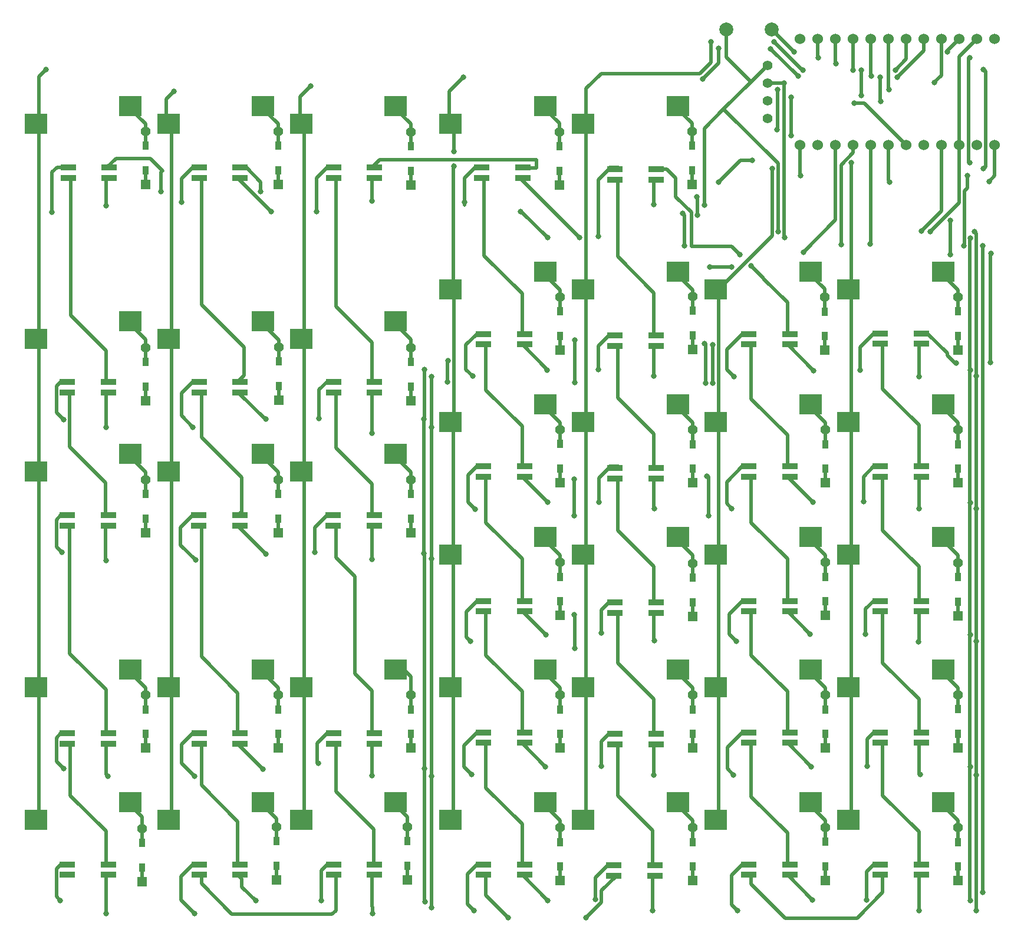
<source format=gbr>
G04 #@! TF.GenerationSoftware,KiCad,Pcbnew,7.0.6*
G04 #@! TF.CreationDate,2023-08-25T23:20:57+09:00*
G04 #@! TF.ProjectId,yamata37,79616d61-7461-4333-972e-6b696361645f,rev?*
G04 #@! TF.SameCoordinates,Original*
G04 #@! TF.FileFunction,Copper,L2,Bot*
G04 #@! TF.FilePolarity,Positive*
%FSLAX46Y46*%
G04 Gerber Fmt 4.6, Leading zero omitted, Abs format (unit mm)*
G04 Created by KiCad (PCBNEW 7.0.6) date 2023-08-25 23:20:57*
%MOMM*%
%LPD*%
G01*
G04 APERTURE LIST*
G04 #@! TA.AperFunction,SMDPad,CuDef*
%ADD10R,2.200000X0.820000*%
G04 #@! TD*
G04 #@! TA.AperFunction,SMDPad,CuDef*
%ADD11R,3.300000X3.000000*%
G04 #@! TD*
G04 #@! TA.AperFunction,ComponentPad*
%ADD12R,1.397000X1.397000*%
G04 #@! TD*
G04 #@! TA.AperFunction,SMDPad,CuDef*
%ADD13R,0.950000X1.300000*%
G04 #@! TD*
G04 #@! TA.AperFunction,ComponentPad*
%ADD14C,1.397000*%
G04 #@! TD*
G04 #@! TA.AperFunction,ComponentPad*
%ADD15C,1.524000*%
G04 #@! TD*
G04 #@! TA.AperFunction,ComponentPad*
%ADD16C,2.000000*%
G04 #@! TD*
G04 #@! TA.AperFunction,ViaPad*
%ADD17C,0.800000*%
G04 #@! TD*
G04 #@! TA.AperFunction,Conductor*
%ADD18C,0.500000*%
G04 #@! TD*
G04 APERTURE END LIST*
D10*
X55214000Y-37084000D03*
X49314000Y-37084000D03*
X49314000Y-38584000D03*
X55214000Y-38584000D03*
D11*
X25887500Y-130770000D03*
X39487500Y-128230000D03*
D12*
X60721926Y-89524133D03*
D13*
X60721926Y-87489133D03*
X60721926Y-83939133D03*
D14*
X60721926Y-81904133D03*
D11*
X44937500Y-30757500D03*
X58537500Y-28217500D03*
D10*
X109072501Y-99566000D03*
X114972501Y-99566000D03*
X114972501Y-101066000D03*
X109072501Y-101066000D03*
X134165790Y-137184000D03*
X128265790Y-137184000D03*
X128265790Y-138684000D03*
X134165790Y-138684000D03*
X30518000Y-37084000D03*
X36418000Y-37084000D03*
X36418000Y-38584000D03*
X30518000Y-38584000D03*
D11*
X85418750Y-92670000D03*
X99018750Y-90130000D03*
D10*
X30387528Y-69365682D03*
X36287528Y-69365682D03*
X36287528Y-67865682D03*
X30387528Y-67865682D03*
D12*
X60721926Y-120502287D03*
D13*
X60721926Y-118467287D03*
X60721926Y-114917287D03*
D14*
X60721926Y-112882287D03*
D11*
X63987500Y-61713750D03*
X77587500Y-59173750D03*
D10*
X55214000Y-137184000D03*
X49314000Y-137184000D03*
X49314000Y-138684000D03*
X55214000Y-138684000D03*
D11*
X25887500Y-111720000D03*
X39487500Y-109180000D03*
X123518750Y-73620000D03*
X137118750Y-71080000D03*
D12*
X79248000Y-139446000D03*
D13*
X79248000Y-137411000D03*
X79248000Y-133861000D03*
D14*
X79248000Y-131826000D03*
D11*
X63987500Y-80763750D03*
X77587500Y-78223750D03*
D12*
X120130000Y-39530000D03*
D13*
X120130000Y-37495000D03*
X120130000Y-33945000D03*
D14*
X120130000Y-31910000D03*
D11*
X104468750Y-54570000D03*
X118068750Y-52030000D03*
D12*
X60452000Y-139446000D03*
D13*
X60452000Y-137411000D03*
X60452000Y-133861000D03*
D14*
X60452000Y-131826000D03*
D10*
X68618000Y-138684000D03*
X74518000Y-138684000D03*
X74518000Y-137184000D03*
X68618000Y-137184000D03*
D11*
X63987500Y-130770000D03*
X77587500Y-128230000D03*
D12*
X41671910Y-120502287D03*
D13*
X41671910Y-118467287D03*
X41671910Y-114917287D03*
D14*
X41671910Y-112882287D03*
D10*
X108909672Y-137336000D03*
X114809672Y-137336000D03*
X114809672Y-138836000D03*
X108909672Y-138836000D03*
D12*
X158353258Y-101523626D03*
D13*
X158353258Y-99488626D03*
X158353258Y-95938626D03*
D14*
X158353258Y-93903626D03*
D12*
X79771942Y-120502287D03*
D13*
X79771942Y-118467287D03*
X79771942Y-114917287D03*
D14*
X79771942Y-112882287D03*
D12*
X101092000Y-39627000D03*
D13*
X101092000Y-37592000D03*
X101092000Y-34042000D03*
D14*
X101092000Y-32007000D03*
D12*
X158353258Y-82402255D03*
D13*
X158353258Y-80367255D03*
X158353258Y-76817255D03*
D14*
X158353258Y-74782255D03*
D10*
X30387528Y-119864000D03*
X36287528Y-119864000D03*
X36287528Y-118364000D03*
X30387528Y-118364000D03*
D12*
X41656000Y-39530000D03*
D13*
X41656000Y-37495000D03*
X41656000Y-33945000D03*
D14*
X41656000Y-31910000D03*
D12*
X139303242Y-101452271D03*
D13*
X139303242Y-99417271D03*
X139303242Y-95867271D03*
D14*
X139303242Y-93832271D03*
D12*
X60786177Y-70538904D03*
D13*
X60786177Y-68503904D03*
X60786177Y-64953904D03*
D14*
X60786177Y-62918904D03*
D10*
X134165790Y-80020000D03*
X128265790Y-80020000D03*
X128265790Y-81520000D03*
X134165790Y-81520000D03*
X55214000Y-118364000D03*
X49314000Y-118364000D03*
X49314000Y-119864000D03*
X55214000Y-119864000D03*
D12*
X41671910Y-89546011D03*
D13*
X41671910Y-87511011D03*
X41671910Y-83961011D03*
D14*
X41671910Y-81926011D03*
D11*
X44937500Y-80763750D03*
X58537500Y-78223750D03*
X85418750Y-54570000D03*
X99018750Y-52030000D03*
X142568750Y-111720000D03*
X156168750Y-109180000D03*
D12*
X101203210Y-82380377D03*
D13*
X101203210Y-80345377D03*
X101203210Y-76795377D03*
D14*
X101203210Y-74760377D03*
D12*
X120253226Y-82402255D03*
D13*
X120253226Y-80367255D03*
X120253226Y-76817255D03*
D14*
X120253226Y-74782255D03*
D11*
X123518750Y-92670000D03*
X137118750Y-90130000D03*
D15*
X163592006Y-33850172D03*
X161052006Y-33850172D03*
X158512006Y-33850172D03*
X155972006Y-33850172D03*
X153432006Y-33850172D03*
X150892006Y-33850172D03*
X148352006Y-33850172D03*
X145812006Y-33850172D03*
X143272006Y-33850172D03*
X140732006Y-33850172D03*
X138192006Y-33850172D03*
X135652006Y-33850172D03*
X135652006Y-18630172D03*
X138192006Y-18630172D03*
X140732006Y-18630172D03*
X143272006Y-18630172D03*
X145812006Y-18630172D03*
X148352006Y-18630172D03*
X150892006Y-18630172D03*
X153432006Y-18630172D03*
X155972006Y-18630172D03*
X158512006Y-18630172D03*
X161052006Y-18630172D03*
X163592006Y-18630172D03*
D16*
X131564173Y-17264077D03*
X125064173Y-17264077D03*
D11*
X85418750Y-130770000D03*
X99018750Y-128230000D03*
D12*
X101203210Y-101452271D03*
D13*
X101203210Y-99417271D03*
X101203210Y-95867271D03*
D14*
X101203210Y-93832271D03*
X130968860Y-30003772D03*
X130968860Y-27463772D03*
X130968860Y-24923772D03*
X130968860Y-22383772D03*
D12*
X79756000Y-70615000D03*
D13*
X79756000Y-68580000D03*
X79756000Y-65030000D03*
D14*
X79756000Y-62995000D03*
D11*
X63987500Y-30757500D03*
X77587500Y-28217500D03*
D10*
X68618000Y-119864000D03*
X74518000Y-119864000D03*
X74518000Y-118364000D03*
X68618000Y-118364000D03*
X109072501Y-80246000D03*
X114972501Y-80246000D03*
X114972501Y-81746000D03*
X109072501Y-81746000D03*
X109072501Y-118455250D03*
X114972501Y-118455250D03*
X114972501Y-119955250D03*
X109072501Y-119955250D03*
X134165790Y-99340000D03*
X128265790Y-99340000D03*
X128265790Y-100840000D03*
X134165790Y-100840000D03*
D11*
X85418750Y-111720000D03*
X99018750Y-109180000D03*
D12*
X158353258Y-120491348D03*
D13*
X158353258Y-118456348D03*
X158353258Y-114906348D03*
D14*
X158353258Y-112871348D03*
D10*
X30387528Y-138684000D03*
X36287528Y-138684000D03*
X36287528Y-137184000D03*
X30387528Y-137184000D03*
D11*
X104468750Y-92670000D03*
X118068750Y-90130000D03*
D12*
X139303242Y-139544252D03*
D13*
X139303242Y-137509252D03*
X139303242Y-133959252D03*
D14*
X139303242Y-131924252D03*
D11*
X123518750Y-111720000D03*
X137118750Y-109180000D03*
X123518750Y-130770000D03*
X137118750Y-128230000D03*
X142568750Y-130770000D03*
X156168750Y-128230000D03*
D12*
X41656000Y-70615000D03*
D13*
X41656000Y-68580000D03*
X41656000Y-65030000D03*
D14*
X41656000Y-62995000D03*
D12*
X120253226Y-101603000D03*
D13*
X120253226Y-99568000D03*
X120253226Y-96018000D03*
D14*
X120253226Y-93983000D03*
D12*
X120253226Y-139552303D03*
D13*
X120253226Y-137517303D03*
X120253226Y-133967303D03*
D14*
X120253226Y-131932303D03*
D11*
X85418750Y-73620000D03*
X99018750Y-71080000D03*
D12*
X79771942Y-89546011D03*
D13*
X79771942Y-87511011D03*
X79771942Y-83961011D03*
D14*
X79771942Y-81926011D03*
D12*
X60694000Y-39530000D03*
D13*
X60694000Y-37495000D03*
X60694000Y-33945000D03*
D14*
X60694000Y-31910000D03*
D10*
X96065790Y-60984000D03*
X90165790Y-60984000D03*
X90165790Y-62484000D03*
X96065790Y-62484000D03*
X147140000Y-80020000D03*
X153040000Y-80020000D03*
X153040000Y-81520000D03*
X147140000Y-81520000D03*
X68618000Y-69365682D03*
X74518000Y-69365682D03*
X74518000Y-67865682D03*
X68618000Y-67865682D03*
D12*
X79756000Y-39624000D03*
D13*
X79756000Y-37589000D03*
X79756000Y-34039000D03*
D14*
X79756000Y-32004000D03*
D12*
X158353258Y-63344250D03*
D13*
X158353258Y-61309250D03*
X158353258Y-57759250D03*
D14*
X158353258Y-55724250D03*
D11*
X142568750Y-73620000D03*
X156168750Y-71080000D03*
D10*
X134165790Y-60984000D03*
X128265790Y-60984000D03*
X128265790Y-62484000D03*
X134165790Y-62484000D03*
X96065790Y-118229250D03*
X90165790Y-118229250D03*
X90165790Y-119729250D03*
X96065790Y-119729250D03*
D11*
X104468750Y-130770000D03*
X118068750Y-128230000D03*
D12*
X101203210Y-139552303D03*
D13*
X101203210Y-137517303D03*
X101203210Y-133967303D03*
D14*
X101203210Y-131932303D03*
D10*
X55214000Y-67865682D03*
X49314000Y-67865682D03*
X49314000Y-69365682D03*
X55214000Y-69365682D03*
D12*
X139303242Y-120502287D03*
D13*
X139303242Y-118467287D03*
X139303242Y-114917287D03*
D14*
X139303242Y-112882287D03*
D10*
X96065790Y-137184000D03*
X90165790Y-137184000D03*
X90165790Y-138684000D03*
X96065790Y-138684000D03*
D11*
X25887500Y-80763750D03*
X39487500Y-78223750D03*
X44937500Y-61713750D03*
X58537500Y-59173750D03*
D12*
X120253226Y-120502287D03*
D13*
X120253226Y-118467287D03*
X120253226Y-114917287D03*
D14*
X120253226Y-112882287D03*
D12*
X139160250Y-63352239D03*
D13*
X139160250Y-61317239D03*
X139160250Y-57767239D03*
D14*
X139160250Y-55732239D03*
D10*
X147140000Y-99340000D03*
X153040000Y-99340000D03*
X153040000Y-100840000D03*
X147140000Y-100840000D03*
D11*
X63987500Y-111720000D03*
X77587500Y-109180000D03*
D12*
X101203210Y-63341300D03*
D13*
X101203210Y-61306300D03*
X101203210Y-57756300D03*
D14*
X101203210Y-55721300D03*
D11*
X44937500Y-130770000D03*
X58537500Y-128230000D03*
D10*
X109072501Y-61210000D03*
X114972501Y-61210000D03*
X114972501Y-62710000D03*
X109072501Y-62710000D03*
X68610000Y-88550000D03*
X74510000Y-88550000D03*
X74510000Y-87050000D03*
X68610000Y-87050000D03*
X96065790Y-80020000D03*
X90165790Y-80020000D03*
X90165790Y-81520000D03*
X96065790Y-81520000D03*
D12*
X41148000Y-139703000D03*
D13*
X41148000Y-137668000D03*
X41148000Y-134118000D03*
D14*
X41148000Y-132083000D03*
D10*
X95794000Y-37084000D03*
X89894000Y-37084000D03*
X89894000Y-38584000D03*
X95794000Y-38584000D03*
D11*
X123518750Y-54570000D03*
X137118750Y-52030000D03*
X85418750Y-30757500D03*
X99018750Y-28217500D03*
D10*
X109082961Y-38810000D03*
X114982961Y-38810000D03*
X114982961Y-37310000D03*
X109082961Y-37310000D03*
X147140000Y-118229250D03*
X153040000Y-118229250D03*
X153040000Y-119729250D03*
X147140000Y-119729250D03*
D11*
X25887500Y-61713750D03*
X39487500Y-59173750D03*
D10*
X55206000Y-87050000D03*
X49306000Y-87050000D03*
X49306000Y-88550000D03*
X55206000Y-88550000D03*
D11*
X44937500Y-111720000D03*
X58537500Y-109180000D03*
D12*
X101203210Y-120502287D03*
D13*
X101203210Y-118467287D03*
X101203210Y-114917287D03*
D14*
X101203210Y-112882287D03*
D11*
X104468750Y-111720000D03*
X118068750Y-109180000D03*
X142568750Y-54570000D03*
X156168750Y-52030000D03*
D10*
X30379528Y-88550000D03*
X36279528Y-88550000D03*
X36279528Y-87050000D03*
X30379528Y-87050000D03*
X147140000Y-137184000D03*
X153040000Y-137184000D03*
X153040000Y-138684000D03*
X147140000Y-138684000D03*
D12*
X139303242Y-82402255D03*
D13*
X139303242Y-80367255D03*
X139303242Y-76817255D03*
D14*
X139303242Y-74782255D03*
D11*
X142568750Y-92670000D03*
X156168750Y-90130000D03*
D10*
X134165790Y-118229250D03*
X128265790Y-118229250D03*
X128265790Y-119729250D03*
X134165790Y-119729250D03*
D12*
X158353258Y-139552303D03*
D13*
X158353258Y-137517303D03*
X158353258Y-133967303D03*
D14*
X158353258Y-131932303D03*
D10*
X96065790Y-99340000D03*
X90165790Y-99340000D03*
X90165790Y-100840000D03*
X96065790Y-100840000D03*
X147140000Y-60910000D03*
X153040000Y-60910000D03*
X153040000Y-62410000D03*
X147140000Y-62410000D03*
D11*
X25887500Y-30757500D03*
X39487500Y-28217500D03*
X118068750Y-28217500D03*
X104468750Y-30757500D03*
D10*
X68618000Y-38584000D03*
X74518000Y-38584000D03*
X74518000Y-37084000D03*
X68618000Y-37084000D03*
D11*
X104468750Y-73620000D03*
X118068750Y-71080000D03*
D12*
X120253226Y-63246000D03*
D13*
X120253226Y-61211000D03*
X120253226Y-57661000D03*
D14*
X120253226Y-55626000D03*
D17*
X157205688Y-44665688D03*
X43860000Y-40533500D03*
X58180000Y-40570000D03*
X85890000Y-34780000D03*
X85890000Y-36880000D03*
X143440000Y-27850500D03*
X74180000Y-93400000D03*
X74170000Y-75210000D03*
X57450000Y-142420000D03*
X66850000Y-142410000D03*
X66560000Y-73090000D03*
X58880000Y-73250000D03*
X66200000Y-43430000D03*
X74170000Y-41910000D03*
X65980000Y-92330000D03*
X87490000Y-42040000D03*
X74210000Y-144280000D03*
X74160000Y-124450000D03*
X66430000Y-122660000D03*
X29400000Y-142360000D03*
X35990000Y-144280000D03*
X29890000Y-123440000D03*
X36190000Y-124550000D03*
X29610000Y-92390000D03*
X35980000Y-93500000D03*
X29888028Y-73340000D03*
X35980000Y-74440000D03*
X35980000Y-42570000D03*
X28220000Y-43470000D03*
X128770000Y-36020000D03*
X123910000Y-39210000D03*
X120800000Y-41290000D03*
X120879500Y-43920000D03*
X118790000Y-43710000D03*
X118990000Y-48360000D03*
X103260000Y-61900000D03*
X103260000Y-67949500D03*
X103160000Y-81870000D03*
X103200000Y-87140000D03*
X103200000Y-101310000D03*
X103290000Y-106110000D03*
X136110000Y-49220000D03*
X125800000Y-51340000D03*
X122710000Y-51340000D03*
X121920000Y-62340000D03*
X122070715Y-68070818D03*
X122230500Y-81460000D03*
X122480000Y-87100000D03*
X141520000Y-48150000D03*
X123070000Y-62570000D03*
X123070000Y-68050000D03*
X145730000Y-48110000D03*
X85100000Y-64820000D03*
X84960000Y-67889500D03*
X148530000Y-39139500D03*
X93700000Y-144810000D03*
X104930000Y-144860000D03*
X106270000Y-142220000D03*
X114460000Y-143810000D03*
X107060000Y-123050000D03*
X114630000Y-124340000D03*
X107060000Y-103970000D03*
X114680000Y-105059500D03*
X106730000Y-85120000D03*
X114730000Y-86090000D03*
X106690000Y-66080000D03*
X114590000Y-67050000D03*
X106660000Y-46940000D03*
X114630000Y-42370000D03*
X126960000Y-49570000D03*
X128565063Y-51175063D03*
X145190000Y-142330000D03*
X152710000Y-143810000D03*
X145260000Y-123060000D03*
X152880000Y-124310000D03*
X145050000Y-104080000D03*
X152670000Y-105180000D03*
X144770000Y-85090000D03*
X152750000Y-86090000D03*
X144290000Y-66170000D03*
X152700000Y-67100000D03*
X162765623Y-39100000D03*
X157200000Y-49570000D03*
X163020000Y-49430000D03*
X162950000Y-65090000D03*
X158090000Y-65200000D03*
X135710000Y-38290000D03*
X161900000Y-48350000D03*
X159650000Y-38290000D03*
X159160500Y-48290000D03*
X161850000Y-141210000D03*
X137230000Y-123130000D03*
X160070000Y-104210000D03*
X99360000Y-47180000D03*
X81630000Y-73250000D03*
X137100000Y-104130000D03*
X99040000Y-123140000D03*
X99300000Y-66200000D03*
X103990000Y-47180000D03*
X160070000Y-142390000D03*
X95460000Y-43400000D03*
X160070000Y-66200000D03*
X154910000Y-24890000D03*
X81660000Y-123410000D03*
X59680000Y-43440000D03*
X58530000Y-123490000D03*
X81700000Y-66120000D03*
X137590000Y-66250000D03*
X58880000Y-92570000D03*
X99420000Y-85190000D03*
X133370000Y-24923772D03*
X81740000Y-142520000D03*
X137380000Y-142270000D03*
X81620000Y-92510000D03*
X137470000Y-85170000D03*
X160070000Y-123210000D03*
X99120000Y-104210000D03*
X133440000Y-47180000D03*
X160070000Y-47210000D03*
X99420000Y-142380000D03*
X160070000Y-85210000D03*
X88470000Y-124290000D03*
X82690000Y-74410000D03*
X126660000Y-143810000D03*
X48820000Y-93480000D03*
X160710000Y-46320000D03*
X153100000Y-46190000D03*
X88830000Y-143810000D03*
X48460000Y-74410000D03*
X125840000Y-86090000D03*
X82680000Y-143400000D03*
X82690000Y-67080000D03*
X121910000Y-42520000D03*
X88620000Y-67040000D03*
X132470000Y-46330500D03*
X48650000Y-144280000D03*
X88960000Y-86170000D03*
X126460000Y-105140000D03*
X82690000Y-124530000D03*
X88310000Y-105140000D03*
X46840000Y-42040000D03*
X82690000Y-93290000D03*
X160920000Y-105140000D03*
X126160000Y-67100000D03*
X160920000Y-124320000D03*
X48680000Y-124530000D03*
X160920000Y-86090000D03*
X160920000Y-67030000D03*
X154360000Y-46310000D03*
X126070000Y-124320000D03*
X160920000Y-143820000D03*
X147180000Y-24074272D03*
X27350000Y-23050000D03*
X147210000Y-27550000D03*
X149600000Y-24074272D03*
X134380000Y-32520000D03*
X149330000Y-23089500D03*
X134360000Y-26970000D03*
X45750000Y-26180001D03*
X144470000Y-26720000D03*
X144470000Y-23089500D03*
X132360000Y-31640000D03*
X65380000Y-25350000D03*
X148410000Y-25867994D03*
X132420000Y-25870000D03*
X145860000Y-23980000D03*
X135350000Y-23960000D03*
X131430000Y-20020000D03*
X121620000Y-24340000D03*
X123910000Y-19919500D03*
X87320000Y-24110000D03*
X122850000Y-19070000D03*
X131870000Y-19070000D03*
X143270000Y-23089500D03*
X136090000Y-23130500D03*
X162000000Y-23000000D03*
X140770000Y-22150000D03*
X131620000Y-37260000D03*
X162000000Y-37260000D03*
X138210000Y-21279500D03*
X160000000Y-21279500D03*
X160000000Y-36410000D03*
X143030000Y-36410000D03*
X156760000Y-20430000D03*
X134750000Y-20430000D03*
D18*
X162765623Y-39100000D02*
X163592006Y-38273617D01*
X163592006Y-38273617D02*
X163592006Y-33850172D01*
X114460000Y-138836328D02*
X114459672Y-138836000D01*
X114460000Y-143810000D02*
X114460000Y-138836328D01*
X162264006Y-36995994D02*
X162264006Y-23264006D01*
X162000000Y-37260000D02*
X162264006Y-36995994D01*
X162264006Y-23264006D02*
X162000000Y-23000000D01*
X159840006Y-21439494D02*
X160000000Y-21279500D01*
X159840006Y-36250006D02*
X159840006Y-21439494D01*
X160000000Y-36410000D02*
X159840006Y-36250006D01*
X162950000Y-65090000D02*
X162950000Y-60930000D01*
X162950000Y-60930000D02*
X162950000Y-49500000D01*
X157200000Y-44671376D02*
X157205688Y-44665688D01*
X157200000Y-44720000D02*
X157200000Y-44671376D01*
X158512006Y-21170172D02*
X158512006Y-33850172D01*
X161052006Y-18630172D02*
X158512006Y-21170172D01*
X43860000Y-40533500D02*
X43860000Y-37740000D01*
X58180000Y-39140000D02*
X58180000Y-40570000D01*
X56124000Y-37084000D02*
X58180000Y-39140000D01*
X54864000Y-37084000D02*
X56124000Y-37084000D01*
X42300000Y-35780000D02*
X37372000Y-35780000D01*
X44060000Y-37540000D02*
X42300000Y-35780000D01*
X37372000Y-35780000D02*
X36068000Y-37084000D01*
X97790000Y-36030000D02*
X97790000Y-37170000D01*
X95530000Y-37170000D02*
X95444000Y-37084000D01*
X97810000Y-36010000D02*
X97790000Y-36030000D01*
X97790000Y-37170000D02*
X95530000Y-37170000D01*
X97784000Y-35984000D02*
X97810000Y-36010000D01*
X75268000Y-35984000D02*
X97784000Y-35984000D01*
X74168000Y-37084000D02*
X75268000Y-35984000D01*
X35937528Y-144227528D02*
X35937528Y-138684000D01*
X35990000Y-144280000D02*
X35937528Y-144227528D01*
X46690000Y-142320000D02*
X46690000Y-138898000D01*
X48404000Y-137184000D02*
X49664000Y-137184000D01*
X48650000Y-144280000D02*
X46690000Y-142320000D01*
X46690000Y-138898000D02*
X48404000Y-137184000D01*
X74168000Y-143268000D02*
X74168000Y-138684000D01*
X74210000Y-143310000D02*
X74168000Y-143268000D01*
X74210000Y-144280000D02*
X74210000Y-143310000D01*
X55460000Y-140430000D02*
X57450000Y-142420000D01*
X54864000Y-138684000D02*
X55460000Y-139280000D01*
X55460000Y-139280000D02*
X55460000Y-140430000D01*
X85890000Y-30778750D02*
X85868750Y-30757500D01*
X85890000Y-34780000D02*
X85890000Y-30778750D01*
X85868750Y-36858750D02*
X85890000Y-36880000D01*
X85868750Y-36684000D02*
X85868750Y-36858750D01*
X85868750Y-54570000D02*
X85868750Y-36684000D01*
X85950000Y-54651250D02*
X85868750Y-54570000D01*
X85950000Y-73538750D02*
X85950000Y-54651250D01*
X85868750Y-73620000D02*
X85950000Y-73538750D01*
X85868750Y-92670000D02*
X85868750Y-73620000D01*
X85868750Y-111720000D02*
X85868750Y-92670000D01*
X85868750Y-130770000D02*
X85868750Y-111720000D01*
X144892334Y-27850500D02*
X150892006Y-33850172D01*
X143440000Y-27850500D02*
X144892334Y-27850500D01*
X74160000Y-93380000D02*
X74180000Y-93400000D01*
X74160000Y-88550000D02*
X74160000Y-93380000D01*
X74168000Y-75208000D02*
X74170000Y-75210000D01*
X74168000Y-69365682D02*
X74168000Y-75208000D01*
X66850000Y-138042000D02*
X66850000Y-142410000D01*
X67708000Y-137184000D02*
X66850000Y-138042000D01*
X68968000Y-137184000D02*
X67708000Y-137184000D01*
X67708000Y-67865682D02*
X66560000Y-69013682D01*
X66560000Y-69013682D02*
X66560000Y-73090000D01*
X68968000Y-67865682D02*
X67708000Y-67865682D01*
X66200000Y-38592000D02*
X66200000Y-43430000D01*
X67708000Y-37084000D02*
X66200000Y-38592000D01*
X68968000Y-37084000D02*
X67708000Y-37084000D01*
X74168000Y-41908000D02*
X74170000Y-41910000D01*
X74168000Y-38584000D02*
X74168000Y-41908000D01*
X65980000Y-88770000D02*
X65980000Y-92330000D01*
X67700000Y-87050000D02*
X65980000Y-88770000D01*
X68960000Y-87050000D02*
X67700000Y-87050000D01*
X48404000Y-37084000D02*
X49664000Y-37084000D01*
X46850000Y-38638000D02*
X48404000Y-37084000D01*
X46850000Y-42030000D02*
X46850000Y-38638000D01*
X46840000Y-42040000D02*
X46850000Y-42030000D01*
X87490000Y-38578000D02*
X88984000Y-37084000D01*
X88984000Y-37084000D02*
X90244000Y-37084000D01*
X87490000Y-42520000D02*
X87490000Y-38578000D01*
X74168000Y-124442000D02*
X74160000Y-124450000D01*
X74168000Y-119864000D02*
X74168000Y-124442000D01*
X28837528Y-141797528D02*
X29400000Y-142360000D01*
X28837528Y-137824000D02*
X28837528Y-141797528D01*
X29477528Y-137184000D02*
X28837528Y-137824000D01*
X28837528Y-119004000D02*
X28837528Y-122387528D01*
X28837528Y-122387528D02*
X29890000Y-123440000D01*
X29477528Y-118364000D02*
X28837528Y-119004000D01*
X35937528Y-124297528D02*
X36190000Y-124550000D01*
X35937528Y-119864000D02*
X35937528Y-124297528D01*
X28829528Y-91609528D02*
X29610000Y-92390000D01*
X28829528Y-87690000D02*
X28829528Y-91609528D01*
X29469528Y-87050000D02*
X28829528Y-87690000D01*
X30729528Y-87050000D02*
X29469528Y-87050000D01*
X35929528Y-93449528D02*
X35980000Y-93500000D01*
X35929528Y-88550000D02*
X35929528Y-93449528D01*
X29890000Y-73340000D02*
X29888028Y-73340000D01*
X28837528Y-72287528D02*
X29890000Y-73340000D01*
X28837528Y-68505682D02*
X28837528Y-72287528D01*
X29477528Y-67865682D02*
X28837528Y-68505682D01*
X35980000Y-69408154D02*
X35980000Y-74440000D01*
X35937528Y-69365682D02*
X35980000Y-69408154D01*
X35980000Y-38672000D02*
X35980000Y-42570000D01*
X36068000Y-38584000D02*
X35980000Y-38672000D01*
X28220000Y-37777500D02*
X28220000Y-43470000D01*
X28913500Y-37084000D02*
X28220000Y-37777500D01*
X30868000Y-37084000D02*
X28913500Y-37084000D01*
X127100000Y-36020000D02*
X128770000Y-36020000D01*
X123910000Y-39210000D02*
X127100000Y-36020000D01*
X120879500Y-41369500D02*
X120800000Y-41290000D01*
X120879500Y-43920000D02*
X120879500Y-41369500D01*
X118990000Y-43910000D02*
X118790000Y-43710000D01*
X118990000Y-48360000D02*
X118990000Y-43910000D01*
X103260000Y-67949500D02*
X103260000Y-61900000D01*
X103200000Y-81910000D02*
X103160000Y-81870000D01*
X103200000Y-87140000D02*
X103200000Y-81910000D01*
X103290000Y-101400000D02*
X103200000Y-101310000D01*
X103290000Y-106110000D02*
X103290000Y-101400000D01*
X140732006Y-44597994D02*
X140732006Y-33850172D01*
X136110000Y-49220000D02*
X140732006Y-44597994D01*
X122710000Y-51340000D02*
X125800000Y-51340000D01*
X122070715Y-62490715D02*
X121920000Y-62340000D01*
X122070715Y-68070818D02*
X122070715Y-62490715D01*
X122380000Y-81460000D02*
X122230500Y-81460000D01*
X122480000Y-81560000D02*
X122380000Y-81460000D01*
X122480000Y-87100000D02*
X122480000Y-81560000D01*
X143272006Y-34965912D02*
X143272006Y-33850172D01*
X141520000Y-36717918D02*
X143272006Y-34965912D01*
X141520000Y-48150000D02*
X141520000Y-36717918D01*
X123070000Y-68050000D02*
X123070000Y-62570000D01*
X145812006Y-48027994D02*
X145812006Y-33850172D01*
X145730000Y-48110000D02*
X145812006Y-48027994D01*
X84960000Y-64960000D02*
X85100000Y-64820000D01*
X84960000Y-67889500D02*
X84960000Y-64960000D01*
X41656000Y-68580000D02*
X41656000Y-70615000D01*
X60786177Y-68503904D02*
X60786177Y-70538904D01*
X79756000Y-68580000D02*
X79756000Y-70615000D01*
X79771942Y-87511011D02*
X79771942Y-89546011D01*
X60721926Y-87489133D02*
X60721926Y-89524133D01*
X41671910Y-87511011D02*
X41671910Y-89546011D01*
X41671910Y-118467287D02*
X41671910Y-120502287D01*
X60721926Y-118467287D02*
X60721926Y-120502287D01*
X79771942Y-118467287D02*
X79771942Y-120502287D01*
X101203210Y-99417271D02*
X101203210Y-101452271D01*
X101203210Y-118467287D02*
X101203210Y-120502287D01*
X120253226Y-118467287D02*
X120253226Y-120502287D01*
X120253226Y-99568000D02*
X120253226Y-101603000D01*
X139303242Y-99417271D02*
X139303242Y-101452271D01*
X139303242Y-118467287D02*
X139303242Y-120502287D01*
X158353258Y-118456348D02*
X158353258Y-120491348D01*
X158353258Y-99488626D02*
X158353258Y-101523626D01*
X101203210Y-80345377D02*
X101203210Y-82380377D01*
X101203210Y-61306300D02*
X101203210Y-63341300D01*
X120253226Y-61211000D02*
X120253226Y-63246000D01*
X120253226Y-80367255D02*
X120253226Y-82402255D01*
X139303242Y-80367255D02*
X139303242Y-82402255D01*
X158353258Y-80367255D02*
X158353258Y-82402255D01*
X139160250Y-61317239D02*
X139160250Y-63352239D01*
X158353258Y-61309250D02*
X158353258Y-63344250D01*
X60694000Y-37495000D02*
X60694000Y-39530000D01*
X148352006Y-38961506D02*
X148352006Y-33850172D01*
X148530000Y-39139500D02*
X148352006Y-38961506D01*
X79756000Y-37589000D02*
X79756000Y-39624000D01*
X159650000Y-38290000D02*
X159650000Y-40020000D01*
X159650000Y-40020000D02*
X159220000Y-40450000D01*
X159220000Y-48230500D02*
X159160500Y-48290000D01*
X159220000Y-40450000D02*
X159220000Y-48230500D01*
X136090000Y-23130500D02*
X135930500Y-23130500D01*
X135930500Y-23130500D02*
X131870000Y-19070000D01*
X148352006Y-25810000D02*
X148352006Y-18630172D01*
X148410000Y-25867994D02*
X148352006Y-25810000D01*
X144420500Y-26670500D02*
X144470000Y-26720000D01*
X144420500Y-23139000D02*
X144420500Y-26670500D01*
X144470000Y-23089500D02*
X144420500Y-23139000D01*
X81700000Y-73180000D02*
X81630000Y-73250000D01*
X81700000Y-66120000D02*
X81700000Y-73180000D01*
X156780000Y-63740000D02*
X153950000Y-60910000D01*
X156780000Y-64067992D02*
X156780000Y-63740000D01*
X157912008Y-65200000D02*
X156780000Y-64067992D01*
X158090000Y-65200000D02*
X157912008Y-65200000D01*
X153950000Y-60910000D02*
X152690000Y-60910000D01*
X152690000Y-67090000D02*
X152690000Y-62410000D01*
X152700000Y-67100000D02*
X152690000Y-67090000D01*
X152690000Y-86030000D02*
X152690000Y-81520000D01*
X152750000Y-86090000D02*
X152690000Y-86030000D01*
X152690000Y-143790000D02*
X152690000Y-138684000D01*
X152710000Y-143810000D02*
X152690000Y-143790000D01*
X35937528Y-132414494D02*
X35937528Y-137184000D01*
X30820000Y-127296966D02*
X35937528Y-132414494D01*
X30737528Y-119864000D02*
X30820000Y-119946472D01*
X30820000Y-119946472D02*
X30820000Y-127296966D01*
X35937528Y-112108455D02*
X35937528Y-118364000D01*
X30729528Y-106900455D02*
X35937528Y-112108455D01*
X30729528Y-88550000D02*
X30729528Y-106900455D01*
X35929528Y-82400244D02*
X35929528Y-87050000D01*
X30737528Y-69365682D02*
X30737528Y-77208244D01*
X30737528Y-77208244D02*
X35929528Y-82400244D01*
X35937528Y-63358244D02*
X35937528Y-67865682D01*
X30868000Y-58288716D02*
X35937528Y-63358244D01*
X30868000Y-38584000D02*
X30868000Y-58288716D01*
X49664000Y-56778677D02*
X49664000Y-38584000D01*
X55755927Y-62870604D02*
X49664000Y-56778677D01*
X54864000Y-67865682D02*
X55755927Y-66973755D01*
X55755927Y-66973755D02*
X55755927Y-62870604D01*
X49664000Y-75828677D02*
X49664000Y-69365682D01*
X55430000Y-81594677D02*
X49664000Y-75828677D01*
X55430000Y-86476000D02*
X55430000Y-81594677D01*
X54856000Y-87050000D02*
X55430000Y-86476000D01*
X49670000Y-88564000D02*
X49656000Y-88550000D01*
X49670000Y-107340000D02*
X49670000Y-88564000D01*
X54887500Y-118340500D02*
X54887500Y-112557500D01*
X54887500Y-112557500D02*
X49670000Y-107340000D01*
X54864000Y-118364000D02*
X54887500Y-118340500D01*
X54887500Y-137160500D02*
X54887500Y-131058427D01*
X54887500Y-131058427D02*
X49664000Y-125834927D01*
X49664000Y-125834927D02*
X49664000Y-119864000D01*
X54864000Y-137184000D02*
X54887500Y-137160500D01*
X54030000Y-144340000D02*
X49664000Y-139974000D01*
X68432082Y-144340000D02*
X54030000Y-144340000D01*
X68968000Y-143804082D02*
X68432082Y-144340000D01*
X68968000Y-138684000D02*
X68968000Y-143804082D01*
X49664000Y-139974000D02*
X49664000Y-138684000D01*
X74400000Y-132111180D02*
X74400000Y-136952000D01*
X68980000Y-126691180D02*
X74400000Y-132111180D01*
X74400000Y-136952000D02*
X74168000Y-137184000D01*
X68980000Y-119876000D02*
X68980000Y-126691180D01*
X68968000Y-119864000D02*
X68980000Y-119876000D01*
X71710000Y-109780927D02*
X74168000Y-112238927D01*
X71710000Y-95857918D02*
X71710000Y-109780927D01*
X74168000Y-112238927D02*
X74168000Y-118364000D01*
X68960000Y-93107918D02*
X71710000Y-95857918D01*
X68960000Y-88550000D02*
X68960000Y-93107918D01*
X74160000Y-82530716D02*
X74160000Y-87050000D01*
X68968000Y-77338716D02*
X74160000Y-82530716D01*
X68968000Y-69365682D02*
X68968000Y-77338716D01*
X68968000Y-57032677D02*
X74168000Y-62232677D01*
X74168000Y-62232677D02*
X74168000Y-67865682D01*
X68968000Y-38584000D02*
X68968000Y-57032677D01*
X90244000Y-49733677D02*
X90244000Y-38584000D01*
X95715790Y-55205467D02*
X90244000Y-49733677D01*
X95715790Y-60984000D02*
X95715790Y-55205467D01*
X90515790Y-69055467D02*
X90515790Y-62484000D01*
X95715790Y-80020000D02*
X95715790Y-74255467D01*
X95715790Y-74255467D02*
X90515790Y-69055467D01*
X90515790Y-88105467D02*
X90515790Y-81520000D01*
X95715790Y-93305467D02*
X90515790Y-88105467D01*
X95715790Y-99340000D02*
X95715790Y-93305467D01*
X90515790Y-107155467D02*
X90515790Y-100840000D01*
X95715790Y-112355467D02*
X90515790Y-107155467D01*
X95715790Y-118229250D02*
X95715790Y-112355467D01*
X90515790Y-126205467D02*
X90515790Y-119729250D01*
X95715790Y-137184000D02*
X95715790Y-131405467D01*
X95715790Y-131405467D02*
X90515790Y-126205467D01*
X90515790Y-141625790D02*
X90515790Y-138684000D01*
X93700000Y-144810000D02*
X90515790Y-141625790D01*
X107120000Y-142670000D02*
X104930000Y-144860000D01*
X107120000Y-140975672D02*
X107120000Y-142670000D01*
X109259672Y-138836000D02*
X107120000Y-140975672D01*
X106270000Y-139065672D02*
X106270000Y-142220000D01*
X107999672Y-137336000D02*
X106270000Y-139065672D01*
X109259672Y-137336000D02*
X107999672Y-137336000D01*
X107100000Y-123010000D02*
X107060000Y-123050000D01*
X107100000Y-119517751D02*
X107100000Y-123010000D01*
X108162501Y-118455250D02*
X107100000Y-119517751D01*
X109422501Y-118455250D02*
X108162501Y-118455250D01*
X114622501Y-124332501D02*
X114630000Y-124340000D01*
X114622501Y-119955250D02*
X114622501Y-124332501D01*
X107060000Y-100668501D02*
X107060000Y-103970000D01*
X108162501Y-99566000D02*
X107060000Y-100668501D01*
X109422501Y-99566000D02*
X108162501Y-99566000D01*
X114680000Y-104980000D02*
X114680000Y-105059500D01*
X114622501Y-104922501D02*
X114680000Y-104980000D01*
X114622501Y-101066000D02*
X114622501Y-104922501D01*
X114622501Y-94418217D02*
X114622501Y-99566000D01*
X109422501Y-89218217D02*
X114622501Y-94418217D01*
X109422501Y-81746000D02*
X109422501Y-89218217D01*
X106730000Y-81678501D02*
X106730000Y-85120000D01*
X108162501Y-80246000D02*
X106730000Y-81678501D01*
X109422501Y-80246000D02*
X108162501Y-80246000D01*
X114622501Y-85982501D02*
X114730000Y-86090000D01*
X114622501Y-81746000D02*
X114622501Y-85982501D01*
X106690000Y-62682501D02*
X106690000Y-66080000D01*
X108162501Y-61210000D02*
X106690000Y-62682501D01*
X109422501Y-61210000D02*
X108162501Y-61210000D01*
X114622501Y-67017499D02*
X114590000Y-67050000D01*
X114622501Y-62710000D02*
X114622501Y-67017499D01*
X114459672Y-132355388D02*
X114459672Y-137336000D01*
X109422501Y-127318217D02*
X114459672Y-132355388D01*
X109422501Y-119955250D02*
X109422501Y-127318217D01*
X114622501Y-113468217D02*
X114622501Y-118455250D01*
X109422501Y-108268217D02*
X114622501Y-113468217D01*
X109422501Y-101066000D02*
X109422501Y-108268217D01*
X109422501Y-70168217D02*
X114622501Y-75368217D01*
X114622501Y-75368217D02*
X114622501Y-80246000D01*
X109422501Y-62710000D02*
X109422501Y-70168217D01*
X114622501Y-55062178D02*
X114622501Y-61210000D01*
X109432961Y-38810000D02*
X109432961Y-49872638D01*
X109432961Y-49872638D02*
X114622501Y-55062178D01*
X106660000Y-38822961D02*
X106660000Y-46940000D01*
X108172961Y-37310000D02*
X106660000Y-38822961D01*
X109432961Y-37310000D02*
X108172961Y-37310000D01*
X114630000Y-38812961D02*
X114630000Y-42370000D01*
X114632961Y-38810000D02*
X114630000Y-38812961D01*
X117750000Y-38550000D02*
X116510000Y-37310000D01*
X116510000Y-37310000D02*
X114632961Y-37310000D01*
X117750000Y-41260000D02*
X117750000Y-38550000D01*
X120030000Y-43540000D02*
X117750000Y-41260000D01*
X125790000Y-48400000D02*
X120030000Y-48400000D01*
X120030000Y-48400000D02*
X120030000Y-43540000D01*
X126960000Y-49570000D02*
X125790000Y-48400000D01*
X130399350Y-53045066D02*
X130399350Y-53009350D01*
X130399350Y-53009350D02*
X128565063Y-51175063D01*
X133815790Y-56461506D02*
X130399350Y-53045066D01*
X133815790Y-60984000D02*
X133815790Y-56461506D01*
X128615790Y-70311506D02*
X128615790Y-62484000D01*
X133815790Y-75511506D02*
X128615790Y-70311506D01*
X133815790Y-80020000D02*
X133815790Y-75511506D01*
X128615790Y-88105467D02*
X128615790Y-81520000D01*
X133815790Y-93305467D02*
X128615790Y-88105467D01*
X133815790Y-99340000D02*
X133815790Y-93305467D01*
X128615790Y-107155467D02*
X128615790Y-100840000D01*
X133815790Y-112355467D02*
X128615790Y-107155467D01*
X133815790Y-118229250D02*
X133815790Y-112355467D01*
X128615790Y-127461506D02*
X128615790Y-119729250D01*
X133815790Y-132661506D02*
X128615790Y-127461506D01*
X133815790Y-137184000D02*
X133815790Y-132661506D01*
X133480000Y-144890000D02*
X128615790Y-140025790D01*
X143832082Y-144890000D02*
X133480000Y-144890000D01*
X147490000Y-141232082D02*
X143832082Y-144890000D01*
X128615790Y-140025790D02*
X128615790Y-138684000D01*
X147490000Y-138684000D02*
X147490000Y-141232082D01*
X145190000Y-138224000D02*
X145190000Y-142330000D01*
X146230000Y-137184000D02*
X145190000Y-138224000D01*
X147490000Y-137184000D02*
X146230000Y-137184000D01*
X145260000Y-119199250D02*
X145260000Y-123060000D01*
X146230000Y-118229250D02*
X145260000Y-119199250D01*
X147490000Y-118229250D02*
X146230000Y-118229250D01*
X152690000Y-124120000D02*
X152880000Y-124310000D01*
X152690000Y-119729250D02*
X152690000Y-124120000D01*
X146230000Y-99340000D02*
X145050000Y-100520000D01*
X145050000Y-100520000D02*
X145050000Y-104080000D01*
X147490000Y-99340000D02*
X146230000Y-99340000D01*
X152690000Y-105160000D02*
X152670000Y-105180000D01*
X152690000Y-100840000D02*
X152690000Y-105160000D01*
X144770000Y-81480000D02*
X144770000Y-85090000D01*
X146230000Y-80020000D02*
X144770000Y-81480000D01*
X147490000Y-80020000D02*
X146230000Y-80020000D01*
X146230000Y-60910000D02*
X144290000Y-62850000D01*
X144290000Y-62850000D02*
X144290000Y-66170000D01*
X147490000Y-60910000D02*
X146230000Y-60910000D01*
X147490000Y-127285716D02*
X152690000Y-132485716D01*
X152690000Y-132485716D02*
X152690000Y-137184000D01*
X147490000Y-119729250D02*
X147490000Y-127285716D01*
X152690000Y-113435716D02*
X152690000Y-118229250D01*
X147490000Y-100840000D02*
X147490000Y-108235716D01*
X147490000Y-108235716D02*
X152690000Y-113435716D01*
X152690000Y-94385716D02*
X152690000Y-99340000D01*
X147490000Y-89185716D02*
X152690000Y-94385716D01*
X147490000Y-81520000D02*
X147490000Y-89185716D01*
X147490000Y-68879677D02*
X152690000Y-74079677D01*
X147490000Y-62410000D02*
X147490000Y-68879677D01*
X152690000Y-74079677D02*
X152690000Y-80020000D01*
X158512006Y-33850172D02*
X158512006Y-35850000D01*
X157200000Y-49570000D02*
X157200000Y-44720000D01*
X162950000Y-49500000D02*
X163020000Y-49430000D01*
X39037500Y-28217500D02*
X41656000Y-30836000D01*
X41656000Y-30836000D02*
X41656000Y-33945000D01*
X120130000Y-37495000D02*
X120130000Y-39530000D01*
X101092000Y-37592000D02*
X101092000Y-39627000D01*
X41656000Y-37495000D02*
X41656000Y-39530000D01*
X39037500Y-59173750D02*
X41656000Y-61792250D01*
X41656000Y-61792250D02*
X41656000Y-65030000D01*
X41671910Y-80858160D02*
X41671910Y-83961011D01*
X39037500Y-78223750D02*
X41671910Y-80858160D01*
X39037500Y-109180000D02*
X41671910Y-111814410D01*
X41671910Y-111814410D02*
X41671910Y-114917287D01*
X41148000Y-130340500D02*
X41148000Y-134118000D01*
X39037500Y-128230000D02*
X41148000Y-130340500D01*
X120253226Y-137517303D02*
X120253226Y-139552303D01*
X158353258Y-137517303D02*
X158353258Y-139552303D01*
X161900000Y-48350000D02*
X161900000Y-141160000D01*
X161900000Y-141160000D02*
X161850000Y-141210000D01*
X101203210Y-137517303D02*
X101203210Y-139552303D01*
X60452000Y-137411000D02*
X60452000Y-139446000D01*
X135652006Y-38232006D02*
X135710000Y-38290000D01*
X79248000Y-137411000D02*
X79248000Y-139446000D01*
X135652006Y-33850172D02*
X135652006Y-38232006D01*
X139303242Y-137509252D02*
X139303242Y-139544252D01*
X41148000Y-137668000D02*
X41148000Y-139703000D01*
X58087500Y-28217500D02*
X60694000Y-30824000D01*
X60694000Y-30824000D02*
X60694000Y-33945000D01*
X60786177Y-61872427D02*
X60786177Y-64953904D01*
X58087500Y-59173750D02*
X60786177Y-61872427D01*
X60721926Y-80858176D02*
X60721926Y-83939133D01*
X58087500Y-78223750D02*
X60721926Y-80858176D01*
X60721926Y-111814426D02*
X60721926Y-114917287D01*
X58087500Y-109180000D02*
X60721926Y-111814426D01*
X58087500Y-128230000D02*
X60452000Y-130594500D01*
X60452000Y-130594500D02*
X60452000Y-133861000D01*
X79756000Y-30836000D02*
X79756000Y-34039000D01*
X77137500Y-28217500D02*
X79756000Y-30836000D01*
X77137500Y-59173750D02*
X79756000Y-61792250D01*
X79756000Y-61792250D02*
X79756000Y-65030000D01*
X79771942Y-80858192D02*
X79771942Y-83961011D01*
X77137500Y-78223750D02*
X79771942Y-80858192D01*
X78770000Y-109180000D02*
X79771942Y-110181942D01*
X79771942Y-110181942D02*
X79771942Y-114917287D01*
X77137500Y-109180000D02*
X78770000Y-109180000D01*
X79248000Y-130340500D02*
X79248000Y-133861000D01*
X77137500Y-128230000D02*
X79248000Y-130340500D01*
X101092000Y-30740750D02*
X101092000Y-34042000D01*
X98568750Y-28217500D02*
X101092000Y-30740750D01*
X101203210Y-54664460D02*
X101203210Y-57756300D01*
X98568750Y-52030000D02*
X101203210Y-54664460D01*
X101203210Y-73714460D02*
X101203210Y-76795377D01*
X98568750Y-71080000D02*
X101203210Y-73714460D01*
X101203210Y-92764460D02*
X101203210Y-95867271D01*
X98568750Y-90130000D02*
X101203210Y-92764460D01*
X98568750Y-109180000D02*
X101203210Y-111814460D01*
X101203210Y-111814460D02*
X101203210Y-114917287D01*
X101203210Y-130864460D02*
X101203210Y-133967303D01*
X98568750Y-128230000D02*
X101203210Y-130864460D01*
X117618750Y-28217500D02*
X120130000Y-30728750D01*
X120130000Y-30728750D02*
X120130000Y-33945000D01*
X120253226Y-54664476D02*
X120253226Y-57661000D01*
X117618750Y-52030000D02*
X120253226Y-54664476D01*
X120253226Y-73714476D02*
X120253226Y-76817255D01*
X117618750Y-71080000D02*
X120253226Y-73714476D01*
X120253226Y-92764476D02*
X120253226Y-96018000D01*
X117618750Y-90130000D02*
X120253226Y-92764476D01*
X117618750Y-109180000D02*
X120253226Y-111814476D01*
X120253226Y-111814476D02*
X120253226Y-114917287D01*
X120253226Y-130864476D02*
X120253226Y-133967303D01*
X117618750Y-128230000D02*
X120253226Y-130864476D01*
X136668750Y-52030000D02*
X139160250Y-54521500D01*
X139160250Y-54521500D02*
X139160250Y-57767239D01*
X136668750Y-71080000D02*
X139303242Y-73714492D01*
X139303242Y-73714492D02*
X139303242Y-76817255D01*
X136668750Y-90130000D02*
X139303242Y-92764492D01*
X139303242Y-92764492D02*
X139303242Y-95867271D01*
X136668750Y-109180000D02*
X139303242Y-111814492D01*
X139303242Y-111814492D02*
X139303242Y-114917287D01*
X139303242Y-130864492D02*
X139303242Y-133959252D01*
X136668750Y-128230000D02*
X139303242Y-130864492D01*
X155718750Y-52030000D02*
X158353258Y-54664508D01*
X158353258Y-54664508D02*
X158353258Y-57759250D01*
X158353258Y-73714508D02*
X158353258Y-76817255D01*
X155718750Y-71080000D02*
X158353258Y-73714508D01*
X155718750Y-90130000D02*
X158353258Y-92764508D01*
X158353258Y-92764508D02*
X158353258Y-95938626D01*
X155718750Y-109180000D02*
X158353258Y-111814508D01*
X158353258Y-111814508D02*
X158353258Y-114906348D01*
X155718750Y-128230000D02*
X158353258Y-130864508D01*
X158353258Y-130864508D02*
X158353258Y-133967303D01*
X133815790Y-100840000D02*
X133815790Y-100845790D01*
X99360000Y-47180000D02*
X95580000Y-43400000D01*
X81660000Y-92550000D02*
X81620000Y-92510000D01*
X133815790Y-62484000D02*
X133824000Y-62484000D01*
X81660000Y-142440000D02*
X81660000Y-92550000D01*
X103990000Y-47130000D02*
X103990000Y-47180000D01*
X54860000Y-88550000D02*
X58880000Y-92570000D01*
X133824000Y-62484000D02*
X137590000Y-66250000D01*
X155910000Y-18692178D02*
X155972006Y-18630172D01*
X54935682Y-69365682D02*
X58890000Y-73320000D01*
X95715790Y-138684000D02*
X95724000Y-138684000D01*
X133815790Y-138705790D02*
X137380000Y-142270000D01*
X95715790Y-119815790D02*
X99040000Y-123140000D01*
X54864000Y-38624000D02*
X59680000Y-43440000D01*
X99300000Y-66068210D02*
X95715790Y-62484000D01*
X95715790Y-100840000D02*
X95750000Y-100840000D01*
X81630000Y-92500000D02*
X81620000Y-92510000D01*
X155910000Y-23820000D02*
X155910000Y-18692178D01*
X95750000Y-81520000D02*
X99420000Y-85190000D01*
X160070000Y-47210000D02*
X160010000Y-47270000D01*
X81740000Y-142520000D02*
X81660000Y-142440000D01*
X35995682Y-69365682D02*
X35937528Y-69365682D01*
X81630000Y-73250000D02*
X81630000Y-92500000D01*
X95724000Y-138684000D02*
X99420000Y-142380000D01*
X133370000Y-24923772D02*
X130968860Y-24923772D01*
X133370000Y-47110000D02*
X133440000Y-47180000D01*
X99300000Y-66200000D02*
X99300000Y-66068210D01*
X54864000Y-38584000D02*
X54864000Y-38624000D01*
X133829250Y-119729250D02*
X137230000Y-123130000D01*
X133815790Y-81520000D02*
X133820000Y-81520000D01*
X133815790Y-100845790D02*
X137100000Y-104130000D01*
X54864000Y-69365682D02*
X54935682Y-69365682D01*
X133370000Y-24923772D02*
X133370000Y-47110000D01*
X133820000Y-81520000D02*
X137470000Y-85170000D01*
X133815790Y-138684000D02*
X133815790Y-138705790D01*
X95580000Y-43400000D02*
X95460000Y-43400000D01*
X54856000Y-88550000D02*
X54860000Y-88550000D01*
X95715790Y-81520000D02*
X95750000Y-81520000D01*
X54864000Y-119864000D02*
X58490000Y-123490000D01*
X58490000Y-123490000D02*
X58530000Y-123490000D01*
X160010000Y-142330000D02*
X160070000Y-142390000D01*
X154830000Y-24900000D02*
X155910000Y-23820000D01*
X95444000Y-38584000D02*
X103990000Y-47130000D01*
X95750000Y-100840000D02*
X99120000Y-104210000D01*
X160010000Y-47270000D02*
X160010000Y-142330000D01*
X133815790Y-119729250D02*
X133829250Y-119729250D01*
X95715790Y-119729250D02*
X95715790Y-119815790D01*
X87880000Y-138559790D02*
X89255790Y-137184000D01*
X89255790Y-80020000D02*
X90515790Y-80020000D01*
X128586316Y-24766316D02*
X124661316Y-28691316D01*
X82690000Y-143390000D02*
X82680000Y-143400000D01*
X160920000Y-143820000D02*
X160920000Y-124320000D01*
X46840000Y-122690000D02*
X46840000Y-119928000D01*
X89255790Y-137184000D02*
X90515790Y-137184000D01*
X46840000Y-119928000D02*
X48404000Y-118364000D01*
X46660000Y-88786000D02*
X48396000Y-87050000D01*
X124661316Y-28691316D02*
X121910000Y-31442632D01*
X88620000Y-67040000D02*
X87660000Y-66080000D01*
X88960000Y-86170000D02*
X87980000Y-85190000D01*
X82690000Y-67080000D02*
X82690000Y-143390000D01*
X126460000Y-105140000D02*
X125480000Y-104160000D01*
X126070000Y-124320000D02*
X125210000Y-123460000D01*
X158512006Y-42157994D02*
X154360000Y-46310000D01*
X48404000Y-118364000D02*
X49664000Y-118364000D01*
X87980000Y-81295790D02*
X89255790Y-80020000D01*
X46800000Y-69469682D02*
X48404000Y-67865682D01*
X127355790Y-60984000D02*
X128615790Y-60984000D01*
X108305790Y-118229250D02*
X109565790Y-118229250D01*
X108305790Y-60984000D02*
X109565790Y-60984000D01*
X125064173Y-21244173D02*
X128586316Y-24766316D01*
X146405790Y-99340000D02*
X147665790Y-99340000D01*
X88310000Y-105140000D02*
X87680000Y-104510000D01*
X87660000Y-62579790D02*
X89255790Y-60984000D01*
X125840000Y-86090000D02*
X125090000Y-85340000D01*
X125480000Y-101215790D02*
X127355790Y-99340000D01*
X48460000Y-74410000D02*
X46800000Y-72750000D01*
X108305790Y-137184000D02*
X109565790Y-137184000D01*
X29477528Y-118364000D02*
X30737528Y-118364000D01*
X89255790Y-60984000D02*
X90515790Y-60984000D01*
X87680000Y-104510000D02*
X87680000Y-100915790D01*
X146405790Y-60984000D02*
X147665790Y-60984000D01*
X121910000Y-31442632D02*
X121910000Y-42520000D01*
X125210000Y-123460000D02*
X125210000Y-120375040D01*
X87390000Y-120095040D02*
X89255790Y-118229250D01*
X29477528Y-137184000D02*
X30737528Y-137184000D01*
X87680000Y-100915790D02*
X89255790Y-99340000D01*
X88470000Y-124290000D02*
X87390000Y-123210000D01*
X130968860Y-22383772D02*
X128586316Y-24766316D01*
X155972006Y-33850172D02*
X155972006Y-43317994D01*
X46800000Y-72750000D02*
X46800000Y-69469682D01*
X125064173Y-17264077D02*
X125064173Y-21244173D01*
X127355790Y-80020000D02*
X128615790Y-80020000D01*
X155972006Y-43317994D02*
X153100000Y-46190000D01*
X88830000Y-143810000D02*
X87880000Y-142860000D01*
X125480000Y-104160000D02*
X125480000Y-101215790D01*
X160920000Y-46530000D02*
X160920000Y-124320000D01*
X126160000Y-67100000D02*
X125150000Y-66090000D01*
X108305790Y-80020000D02*
X109565790Y-80020000D01*
X48820000Y-93480000D02*
X46660000Y-91320000D01*
X125090000Y-85340000D02*
X125090000Y-82285790D01*
X125150000Y-63189790D02*
X127355790Y-60984000D01*
X108316250Y-37084000D02*
X109576250Y-37084000D01*
X127355790Y-99340000D02*
X128615790Y-99340000D01*
X127355790Y-118229250D02*
X128615790Y-118229250D01*
X158512006Y-35850000D02*
X158512006Y-42157994D01*
X126660000Y-143810000D02*
X125800000Y-142950000D01*
X125800000Y-138739790D02*
X127355790Y-137184000D01*
X160710000Y-46320000D02*
X160920000Y-46530000D01*
X89255790Y-118229250D02*
X90515790Y-118229250D01*
X29477528Y-67865682D02*
X30737528Y-67865682D01*
X125210000Y-120375040D02*
X127355790Y-118229250D01*
X146405790Y-80020000D02*
X147665790Y-80020000D01*
X127355790Y-137184000D02*
X128615790Y-137184000D01*
X125800000Y-142950000D02*
X125800000Y-138739790D01*
X125150000Y-66090000D02*
X125150000Y-63189790D01*
X125090000Y-82285790D02*
X127355790Y-80020000D01*
X66290000Y-119782000D02*
X67708000Y-118364000D01*
X67708000Y-118364000D02*
X68968000Y-118364000D01*
X108305790Y-99340000D02*
X109565790Y-99340000D01*
X66290000Y-122690000D02*
X66290000Y-119782000D01*
X124661316Y-28691316D02*
X132470000Y-36500000D01*
X87980000Y-85190000D02*
X87980000Y-81295790D01*
X48404000Y-67865682D02*
X49664000Y-67865682D01*
X48396000Y-87050000D02*
X49656000Y-87050000D01*
X46660000Y-91320000D02*
X46660000Y-88786000D01*
X87660000Y-66080000D02*
X87660000Y-62579790D01*
X87390000Y-123210000D02*
X87390000Y-120095040D01*
X48680000Y-124530000D02*
X46840000Y-122690000D01*
X132470000Y-36500000D02*
X132470000Y-46330500D01*
X89255790Y-99340000D02*
X90515790Y-99340000D01*
X87880000Y-142860000D02*
X87880000Y-138559790D01*
X146405790Y-118229250D02*
X147665790Y-118229250D01*
X146405790Y-137184000D02*
X147665790Y-137184000D01*
X149600000Y-24090000D02*
X149600000Y-24074272D01*
X26337500Y-111720000D02*
X26337500Y-130770000D01*
X153432006Y-20257994D02*
X149600000Y-24090000D01*
X27350000Y-23050000D02*
X26337500Y-24062500D01*
X26337500Y-30757500D02*
X26337500Y-61713750D01*
X147180000Y-24074272D02*
X147180000Y-27520000D01*
X147180000Y-27520000D02*
X147210000Y-27550000D01*
X26337500Y-80763750D02*
X26337500Y-111720000D01*
X26337500Y-24062500D02*
X26337500Y-30757500D01*
X26337500Y-61713750D02*
X26337500Y-80763750D01*
X153432006Y-18630172D02*
X153432006Y-20257994D01*
X150892006Y-21507994D02*
X149330000Y-23070000D01*
X44650000Y-30020000D02*
X45387500Y-30757500D01*
X45387500Y-61713750D02*
X45387500Y-80763750D01*
X45750000Y-26180001D02*
X44650000Y-27280001D01*
X150892006Y-18630172D02*
X150892006Y-21507994D01*
X134360000Y-32500000D02*
X134380000Y-32520000D01*
X149330000Y-23070000D02*
X149330000Y-23089500D01*
X45387500Y-111720000D02*
X45387500Y-130770000D01*
X134360000Y-26970000D02*
X134360000Y-32500000D01*
X45387500Y-30757500D02*
X45387500Y-61713750D01*
X45387500Y-80763750D02*
X45387500Y-111720000D01*
X44650000Y-27280001D02*
X44650000Y-30020000D01*
X64437500Y-111720000D02*
X64437500Y-130770000D01*
X64437500Y-61713750D02*
X64437500Y-80763750D01*
X63860000Y-26870000D02*
X63860000Y-30180000D01*
X64437500Y-80763750D02*
X64437500Y-111720000D01*
X65380000Y-25350000D02*
X63860000Y-26870000D01*
X132420000Y-31580000D02*
X132360000Y-31640000D01*
X132420000Y-25870000D02*
X132420000Y-31580000D01*
X63860000Y-30180000D02*
X64437500Y-30757500D01*
X64437500Y-30757500D02*
X64437500Y-61713750D01*
X85250000Y-30138750D02*
X85868750Y-30757500D01*
X123910000Y-22050000D02*
X121620000Y-24340000D01*
X145812006Y-23932006D02*
X145860000Y-23980000D01*
X87320000Y-24110000D02*
X85250000Y-26180000D01*
X131430000Y-20040000D02*
X131430000Y-20020000D01*
X85250000Y-26180000D02*
X85250000Y-30138750D01*
X123910000Y-19919500D02*
X123910000Y-22050000D01*
X135350000Y-23960000D02*
X131430000Y-20040000D01*
X145812006Y-18630172D02*
X145812006Y-23932006D01*
X107080000Y-23570000D02*
X104918750Y-25731250D01*
X104918750Y-111720000D02*
X104918750Y-130770000D01*
X104918750Y-25731250D02*
X104918750Y-30757500D01*
X122850000Y-21970000D02*
X121250000Y-23570000D01*
X143272006Y-22987994D02*
X143270000Y-22990000D01*
X104918750Y-73620000D02*
X104918750Y-92670000D01*
X143270000Y-22990000D02*
X143270000Y-23089500D01*
X104918750Y-30757500D02*
X104918750Y-54570000D01*
X122850000Y-19070000D02*
X122850000Y-21970000D01*
X121250000Y-23570000D02*
X107080000Y-23570000D01*
X104918750Y-54570000D02*
X104918750Y-73620000D01*
X143272006Y-18630172D02*
X143272006Y-22987994D01*
X104918750Y-92670000D02*
X104918750Y-111720000D01*
X140732006Y-18630172D02*
X140732006Y-22112006D01*
X123968750Y-92670000D02*
X123968750Y-111720000D01*
X123968750Y-73620000D02*
X123968750Y-92670000D01*
X123968750Y-111720000D02*
X123968750Y-130770000D01*
X131620000Y-46918750D02*
X123968750Y-54570000D01*
X123968750Y-54570000D02*
X123968750Y-73620000D01*
X131620000Y-37260000D02*
X131620000Y-46918750D01*
X140732006Y-22112006D02*
X140770000Y-22150000D01*
X143018750Y-54570000D02*
X143018750Y-36421250D01*
X138192006Y-18630172D02*
X138192006Y-21062006D01*
X138210000Y-21080000D02*
X138210000Y-21279500D01*
X143018750Y-73620000D02*
X143018750Y-92670000D01*
X143018750Y-36421250D02*
X143030000Y-36410000D01*
X143018750Y-92670000D02*
X143018750Y-111720000D01*
X138192006Y-21062006D02*
X138210000Y-21080000D01*
X143018750Y-111720000D02*
X143018750Y-130770000D01*
X143018750Y-54570000D02*
X143018750Y-73620000D01*
X156722178Y-20420000D02*
X158512006Y-18630172D01*
X134070000Y-19769904D02*
X134070000Y-19820000D01*
X134070000Y-19820000D02*
X134670000Y-20420000D01*
X134670000Y-20420000D02*
X134740000Y-20420000D01*
X131564173Y-17264077D02*
X134070000Y-19769904D01*
X134740000Y-20420000D02*
X134750000Y-20430000D01*
M02*

</source>
